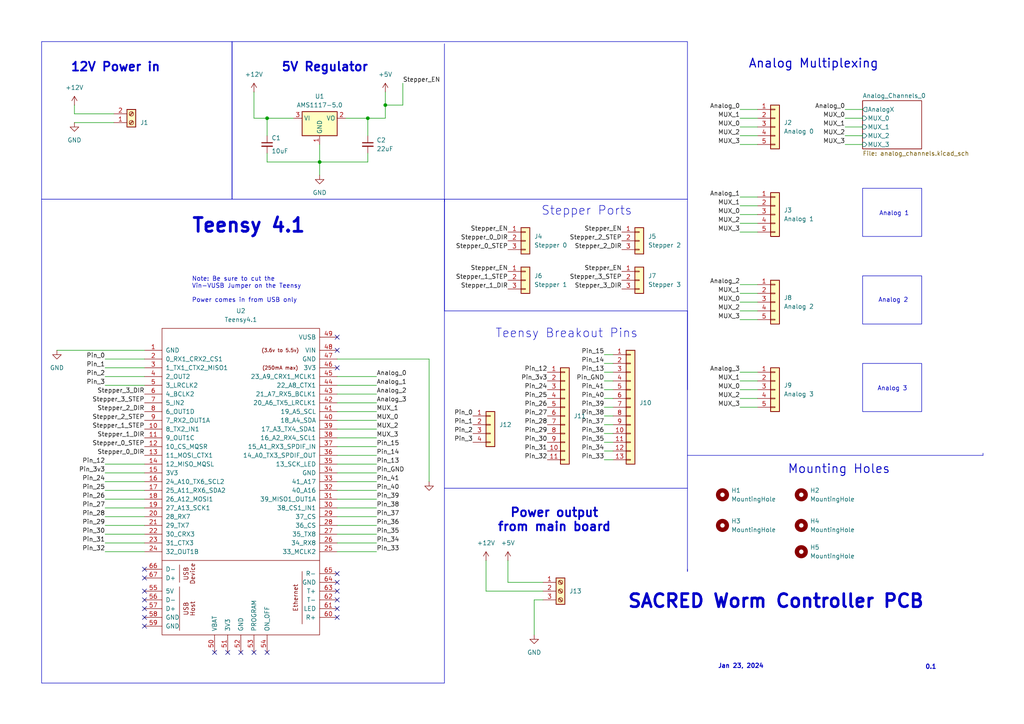
<source format=kicad_sch>
(kicad_sch (version 20231120) (generator "eeschema") (generator_version "8.0")
  (paper "A4")
  (lib_symbols
    (symbol "+5V_1" (power) (pin_numbers hide) (pin_names (offset 0) hide)
      (property "Value" "+5V" (at 0 3.556 0))
      (symbol "+5V_1_0_1"
        (polyline (pts (xy -0.762 1.27) (xy 0 2.54)))
        (polyline (pts (xy 0 0) (xy 0 2.54)))
        (polyline (pts (xy 0 2.54) (xy 0.762 1.27)))
      )
      (symbol "+5V_1_1_1"
        (pin power_in line (at 0 0 90) (length 0) (name "~") (number "1"))
      )
    )
    (symbol "Connector:Screw_Terminal_01x02" (pin_names (offset 1.016) hide)
      (property "Reference" "J" (at 0 2.54 0))
      (property "Value" "Screw_Terminal_01x02" (at 0 -5.08 0))
      (symbol "Screw_Terminal_01x02_1_1"
        (rectangle (start -1.27 1.27) (end 1.27 -3.81) (stroke (width 0.254)) (fill (type background)))
        (circle (center 0 -2.54) (radius 0.635) (stroke (width 0.1524)))
        (polyline (pts (xy -0.5334 -2.2098) (xy 0.3302 -3.048)) (stroke (width 0.1524)))
        (polyline (pts (xy -0.5334 0.3302) (xy 0.3302 -0.508)) (stroke (width 0.1524)))
        (polyline (pts (xy -0.3556 -2.032) (xy 0.508 -2.8702)) (stroke (width 0.1524)))
        (polyline (pts (xy -0.3556 0.508) (xy 0.508 -0.3302)) (stroke (width 0.1524)))
        (circle (center 0 0) (radius 0.635) (stroke (width 0.1524)))
        (pin passive line (at -5.08 0 0) (length 3.81) (name "Pin_1") (number "1"))
        (pin passive line (at -5.08 -2.54 0) (length 3.81) (name "Pin_2") (number "2"))
      )
    )
    (symbol "Connector:Screw_Terminal_01x03" (pin_names (offset 1.016) hide)
      (property "Reference" "J" (at 0 5.08 0))
      (property "Value" "Screw_Terminal_01x03" (at 0 -5.08 0))
      (symbol "Screw_Terminal_01x03_1_1"
        (rectangle (start -1.27 3.81) (end 1.27 -3.81) (stroke (width 0.254)) (fill (type background)))
        (circle (center 0 -2.54) (radius 0.635) (stroke (width 0.1524)))
        (polyline (pts (xy -0.5334 -2.2098) (xy 0.3302 -3.048)) (stroke (width 0.1524)))
        (polyline (pts (xy -0.5334 0.3302) (xy 0.3302 -0.508)) (stroke (width 0.1524)))
        (polyline (pts (xy -0.5334 2.8702) (xy 0.3302 2.032)) (stroke (width 0.1524)))
        (polyline (pts (xy -0.3556 -2.032) (xy 0.508 -2.8702)) (stroke (width 0.1524)))
        (polyline (pts (xy -0.3556 0.508) (xy 0.508 -0.3302)) (stroke (width 0.1524)))
        (polyline (pts (xy -0.3556 3.048) (xy 0.508 2.2098)) (stroke (width 0.1524)))
        (circle (center 0 0) (radius 0.635) (stroke (width 0.1524)))
        (circle (center 0 2.54) (radius 0.635) (stroke (width 0.1524)))
        (pin passive line (at -5.08 2.54 0) (length 3.81) (name "Pin_1") (number "1"))
        (pin passive line (at -5.08 0 0) (length 3.81) (name "Pin_2") (number "2"))
        (pin passive line (at -5.08 -2.54 0) (length 3.81) (name "Pin_3") (number "3"))
      )
    )
    (symbol "Connector_Generic:Conn_01x03" (pin_names (offset 1.016) hide)
      (property "Reference" "J" (at 0 5.08 0))
      (property "Value" "Conn_01x03" (at 0 -5.08 0))
      (symbol "Conn_01x03_1_1"
        (rectangle (start -1.27 -2.413) (end 0 -2.667) (stroke (width 0.1524)))
        (rectangle (start -1.27 0.127) (end 0 -0.127) (stroke (width 0.1524)))
        (rectangle (start -1.27 2.667) (end 0 2.413) (stroke (width 0.1524)))
        (rectangle (start -1.27 3.81) (end 1.27 -3.81) (stroke (width 0.254)) (fill (type background)))
        (pin passive line (at -5.08 2.54 0) (length 3.81) (name "Pin_1") (number "1"))
        (pin passive line (at -5.08 0 0) (length 3.81) (name "Pin_2") (number "2"))
        (pin passive line (at -5.08 -2.54 0) (length 3.81) (name "Pin_3") (number "3"))
      )
    )
    (symbol "Connector_Generic:Conn_01x04" (pin_names (offset 1.016) hide)
      (property "Reference" "J" (at 0 5.08 0))
      (property "Value" "Conn_01x04" (at 0 -7.62 0))
      (symbol "Conn_01x04_1_1"
        (rectangle (start -1.27 -4.953) (end 0 -5.207) (stroke (width 0.1524)))
        (rectangle (start -1.27 -2.413) (end 0 -2.667) (stroke (width 0.1524)))
        (rectangle (start -1.27 0.127) (end 0 -0.127) (stroke (width 0.1524)))
        (rectangle (start -1.27 2.667) (end 0 2.413) (stroke (width 0.1524)))
        (rectangle (start -1.27 3.81) (end 1.27 -6.35) (stroke (width 0.254)) (fill (type background)))
        (pin passive line (at -5.08 2.54 0) (length 3.81) (name "Pin_1") (number "1"))
        (pin passive line (at -5.08 0 0) (length 3.81) (name "Pin_2") (number "2"))
        (pin passive line (at -5.08 -2.54 0) (length 3.81) (name "Pin_3") (number "3"))
        (pin passive line (at -5.08 -5.08 0) (length 3.81) (name "Pin_4") (number "4"))
      )
    )
    (symbol "Connector_Generic:Conn_01x05" (pin_names (offset 1.016) hide)
      (property "Reference" "J" (at 0 7.62 0))
      (property "Value" "Conn_01x05" (at 0 -7.62 0))
      (symbol "Conn_01x05_1_1"
        (rectangle (start -1.27 -4.953) (end 0 -5.207) (stroke (width 0.1524)))
        (rectangle (start -1.27 -2.413) (end 0 -2.667) (stroke (width 0.1524)))
        (rectangle (start -1.27 0.127) (end 0 -0.127) (stroke (width 0.1524)))
        (rectangle (start -1.27 2.667) (end 0 2.413) (stroke (width 0.1524)))
        (rectangle (start -1.27 5.207) (end 0 4.953) (stroke (width 0.1524)))
        (rectangle (start -1.27 6.35) (end 1.27 -6.35) (stroke (width 0.254)) (fill (type background)))
        (pin passive line (at -5.08 5.08 0) (length 3.81) (name "Pin_1") (number "1"))
        (pin passive line (at -5.08 2.54 0) (length 3.81) (name "Pin_2") (number "2"))
        (pin passive line (at -5.08 0 0) (length 3.81) (name "Pin_3") (number "3"))
        (pin passive line (at -5.08 -2.54 0) (length 3.81) (name "Pin_4") (number "4"))
        (pin passive line (at -5.08 -5.08 0) (length 3.81) (name "Pin_5") (number "5"))
      )
    )
    (symbol "Connector_Generic:Conn_01x11" (pin_names (offset 1.016) hide)
      (property "Reference" "J" (at 0 15.24 0))
      (property "Value" "Conn_01x11" (at 0 -15.24 0))
      (symbol "Conn_01x11_1_1"
        (rectangle (start -1.27 -12.573) (end 0 -12.827) (stroke (width 0.1524)))
        (rectangle (start -1.27 -10.033) (end 0 -10.287) (stroke (width 0.1524)))
        (rectangle (start -1.27 -7.493) (end 0 -7.747) (stroke (width 0.1524)))
        (rectangle (start -1.27 -4.953) (end 0 -5.207) (stroke (width 0.1524)))
        (rectangle (start -1.27 -2.413) (end 0 -2.667) (stroke (width 0.1524)))
        (rectangle (start -1.27 0.127) (end 0 -0.127) (stroke (width 0.1524)))
        (rectangle (start -1.27 2.667) (end 0 2.413) (stroke (width 0.1524)))
        (rectangle (start -1.27 5.207) (end 0 4.953) (stroke (width 0.1524)))
        (rectangle (start -1.27 7.747) (end 0 7.493) (stroke (width 0.1524)))
        (rectangle (start -1.27 10.287) (end 0 10.033) (stroke (width 0.1524)))
        (rectangle (start -1.27 12.827) (end 0 12.573) (stroke (width 0.1524)))
        (rectangle (start -1.27 13.97) (end 1.27 -13.97) (stroke (width 0.254)) (fill (type background)))
        (pin passive line (at -5.08 12.7 0) (length 3.81) (name "Pin_1") (number "1"))
        (pin passive line (at -5.08 -10.16 0) (length 3.81) (name "Pin_10") (number "10"))
        (pin passive line (at -5.08 -12.7 0) (length 3.81) (name "Pin_11") (number "11"))
        (pin passive line (at -5.08 10.16 0) (length 3.81) (name "Pin_2") (number "2"))
        (pin passive line (at -5.08 7.62 0) (length 3.81) (name "Pin_3") (number "3"))
        (pin passive line (at -5.08 5.08 0) (length 3.81) (name "Pin_4") (number "4"))
        (pin passive line (at -5.08 2.54 0) (length 3.81) (name "Pin_5") (number "5"))
        (pin passive line (at -5.08 0 0) (length 3.81) (name "Pin_6") (number "6"))
        (pin passive line (at -5.08 -2.54 0) (length 3.81) (name "Pin_7") (number "7"))
        (pin passive line (at -5.08 -5.08 0) (length 3.81) (name "Pin_8") (number "8"))
        (pin passive line (at -5.08 -7.62 0) (length 3.81) (name "Pin_9") (number "9"))
      )
    )
    (symbol "Connector_Generic:Conn_01x13" (pin_names (offset 1.016) hide)
      (property "Reference" "J" (at 0 17.78 0))
      (property "Value" "Conn_01x13" (at 0 -17.78 0))
      (symbol "Conn_01x13_1_1"
        (rectangle (start -1.27 -15.113) (end 0 -15.367) (stroke (width 0.1524)))
        (rectangle (start -1.27 -12.573) (end 0 -12.827) (stroke (width 0.1524)))
        (rectangle (start -1.27 -10.033) (end 0 -10.287) (stroke (width 0.1524)))
        (rectangle (start -1.27 -7.493) (end 0 -7.747) (stroke (width 0.1524)))
        (rectangle (start -1.27 -4.953) (end 0 -5.207) (stroke (width 0.1524)))
        (rectangle (start -1.27 -2.413) (end 0 -2.667) (stroke (width 0.1524)))
        (rectangle (start -1.27 0.127) (end 0 -0.127) (stroke (width 0.1524)))
        (rectangle (start -1.27 2.667) (end 0 2.413) (stroke (width 0.1524)))
        (rectangle (start -1.27 5.207) (end 0 4.953) (stroke (width 0.1524)))
        (rectangle (start -1.27 7.747) (end 0 7.493) (stroke (width 0.1524)))
        (rectangle (start -1.27 10.287) (end 0 10.033) (stroke (width 0.1524)))
        (rectangle (start -1.27 12.827) (end 0 12.573) (stroke (width 0.1524)))
        (rectangle (start -1.27 15.367) (end 0 15.113) (stroke (width 0.1524)))
        (rectangle (start -1.27 16.51) (end 1.27 -16.51) (stroke (width 0.254)) (fill (type background)))
        (pin passive line (at -5.08 15.24 0) (length 3.81) (name "Pin_1") (number "1"))
        (pin passive line (at -5.08 -7.62 0) (length 3.81) (name "Pin_10") (number "10"))
        (pin passive line (at -5.08 -10.16 0) (length 3.81) (name "Pin_11") (number "11"))
        (pin passive line (at -5.08 -12.7 0) (length 3.81) (name "Pin_12") (number "12"))
        (pin passive line (at -5.08 -15.24 0) (length 3.81) (name "Pin_13") (number "13"))
        (pin passive line (at -5.08 12.7 0) (length 3.81) (name "Pin_2") (number "2"))
        (pin passive line (at -5.08 10.16 0) (length 3.81) (name "Pin_3") (number "3"))
        (pin passive line (at -5.08 7.62 0) (length 3.81) (name "Pin_4") (number "4"))
        (pin passive line (at -5.08 5.08 0) (length 3.81) (name "Pin_5") (number "5"))
        (pin passive line (at -5.08 2.54 0) (length 3.81) (name "Pin_6") (number "6"))
        (pin passive line (at -5.08 0 0) (length 3.81) (name "Pin_7") (number "7"))
        (pin passive line (at -5.08 -2.54 0) (length 3.81) (name "Pin_8") (number "8"))
        (pin passive line (at -5.08 -5.08 0) (length 3.81) (name "Pin_9") (number "9"))
      )
    )
    (symbol "Device:C_Small" (pin_numbers hide) (pin_names (offset 0.254) hide)
      (property "Reference" "C" (at 0.254 1.778 0))
      (property "Value" "C_Small" (at 0.254 -2.032 0))
      (symbol "C_Small_0_1"
        (polyline (pts (xy -1.524 -0.508) (xy 1.524 -0.508)) (stroke (width 0.3302)))
        (polyline (pts (xy -1.524 0.508) (xy 1.524 0.508)) (stroke (width 0.3048)))
      )
      (symbol "C_Small_1_1"
        (pin passive line (at 0 2.54 270) (length 2.032) (name "~") (number "1"))
        (pin passive line (at 0 -2.54 90) (length 2.032) (name "~") (number "2"))
      )
    )
    (symbol "Mechanical:MountingHole" (pin_names (offset 1.016)) (exclude_from_sim yes) (in_bom no)
      (property "Reference" "H" (at 0 5.08 0))
      (property "Value" "MountingHole" (at 0 3.175 0))
      (symbol "MountingHole_0_1"
        (circle (center 0 0) (radius 1.27) (stroke (width 1.27)))
      )
    )
    (symbol "Regulator_Linear:AMS1117-5.0"
      (property "Reference" "U" (at -3.81 3.175 0))
      (property "Value" "AMS1117-5.0" (at 0 3.175 0))
      (symbol "AMS1117-5.0_0_1"
        (rectangle (start -5.08 -5.08) (end 5.08 1.905) (stroke (width 0.254)) (fill (type background)))
      )
      (symbol "AMS1117-5.0_1_1"
        (pin power_in line (at 0 -7.62 90) (length 2.54) (name "GND") (number "1"))
        (pin power_out line (at 7.62 0 180) (length 2.54) (name "VO") (number "2"))
        (pin power_in line (at -7.62 0 0) (length 2.54) (name "VI") (number "3"))
      )
    )
    (symbol "power:+12V" (power) (pin_numbers hide) (pin_names (offset 0) hide)
      (property "Value" "+12V" (at 0 3.556 0))
      (symbol "+12V_0_1"
        (polyline (pts (xy -0.762 1.27) (xy 0 2.54)))
        (polyline (pts (xy 0 0) (xy 0 2.54)))
        (polyline (pts (xy 0 2.54) (xy 0.762 1.27)))
      )
      (symbol "+12V_1_1"
        (pin power_in line (at 0 0 90) (length 0) (name "~") (number "1"))
      )
    )
    (symbol "power:+5V" (power) (pin_numbers hide) (pin_names (offset 0) hide)
      (property "Value" "+5V" (at 0 3.556 0))
      (symbol "+5V_0_1"
        (polyline (pts (xy -0.762 1.27) (xy 0 2.54)))
        (polyline (pts (xy 0 0) (xy 0 2.54)))
        (polyline (pts (xy 0 2.54) (xy 0.762 1.27)))
      )
      (symbol "+5V_1_1"
        (pin power_in line (at 0 0 90) (length 0) (name "~") (number "1"))
      )
    )
    (symbol "power:GND" (power) (pin_numbers hide) (pin_names (offset 0) hide)
      (property "Value" "GND" (at 0 -3.81 0))
      (symbol "GND_0_1"
        (polyline (pts (xy 0 0) (xy 0 -1.27) (xy 1.27 -1.27) (xy 0 -2.54) (xy -1.27 -1.27) (xy 0 -1.27)))
      )
      (symbol "GND_1_1"
        (pin power_in line (at 0 0 270) (length 0) (name "~") (number "1"))
      )
    )
    (symbol "power:VCC" (power) (pin_numbers hide) (pin_names (offset 0) hide)
      (property "Value" "VCC" (at 0 3.556 0))
      (symbol "VCC_0_1"
        (polyline (pts (xy -0.762 1.27) (xy 0 2.54)))
        (polyline (pts (xy 0 0) (xy 0 2.54)))
        (polyline (pts (xy 0 2.54) (xy 0.762 1.27)))
      )
      (symbol "VCC_1_1"
        (pin power_in line (at 0 0 90) (length 0) (name "~") (number "1"))
      )
    )
    (symbol "teensy:Teensy4.1" (pin_names (offset 1.016))
      (property "Reference" "U2" (at 0 66.04 0))
      (property "Value" "Teensy4.1" (at 0 63.5 0))
      (symbol "Teensy4.1_0_0"
        (polyline (pts (xy -22.86 -6.35) (xy 22.86 -6.35)))
        (polyline (pts (xy -17.78 -26.67) (xy -17.78 -13.97)))
        (polyline (pts (xy -17.78 -7.62) (xy -17.78 -12.7)))
        (polyline (pts (xy 17.78 -9.525) (xy 17.78 -24.765)))
        (text "(250mA max)" (at 11.43 49.53 0) (effects (font (size 1.016 1.016))))
        (text "(3.6v to 5.5v)" (at 11.43 54.61 0) (effects (font (size 1.016 1.016))))
        (text "Device" (at -13.97 -10.16 900) (effects (font (size 1.27 1.27))))
        (text "Ethernet" (at 15.875 -17.145 900) (effects (font (size 1.27 1.27))))
        (text "Host" (at -13.97 -20.32 900) (effects (font (size 1.27 1.27))))
        (text "USB" (at -15.875 -20.32 900) (effects (font (size 1.27 1.27))))
        (text "USB" (at -15.875 -10.16 900) (effects (font (size 1.27 1.27))))
        (pin bidirectional line (at -27.94 31.75 0) (length 5.08) (name "8_TX2_IN1") (number "10"))
        (pin bidirectional line (at -27.94 29.21 0) (length 5.08) (name "9_OUT1C") (number "11"))
        (pin bidirectional line (at -27.94 26.67 0) (length 5.08) (name "10_CS_MQSR") (number "12"))
        (pin bidirectional line (at -27.94 24.13 0) (length 5.08) (name "11_MOSI_CTX1") (number "13"))
        (pin bidirectional line (at -27.94 21.59 0) (length 5.08) (name "12_MISO_MQSL") (number "14"))
        (pin bidirectional line (at -27.94 16.51 0) (length 5.08) (name "24_A10_TX6_SCL2") (number "16"))
        (pin bidirectional line (at -27.94 13.97 0) (length 5.08) (name "25_A11_RX6_SDA2") (number "17"))
        (pin bidirectional line (at -27.94 11.43 0) (length 5.08) (name "26_A12_MOSI1") (number "18"))
        (pin bidirectional line (at -27.94 8.89 0) (length 5.08) (name "27_A13_SCK1") (number "19"))
        (pin bidirectional line (at -27.94 6.35 0) (length 5.08) (name "28_RX7") (number "20"))
        (pin bidirectional line (at -27.94 3.81 0) (length 5.08) (name "29_TX7") (number "21"))
        (pin bidirectional line (at -27.94 1.27 0) (length 5.08) (name "30_CRX3") (number "22"))
        (pin bidirectional line (at -27.94 -1.27 0) (length 5.08) (name "31_CTX3") (number "23"))
        (pin bidirectional line (at -27.94 -3.81 0) (length 5.08) (name "32_OUT1B") (number "24"))
        (pin bidirectional line (at 27.94 -3.81 180) (length 5.08) (name "33_MCLK2") (number "25"))
        (pin bidirectional line (at 27.94 -1.27 180) (length 5.08) (name "34_RX8") (number "26"))
        (pin bidirectional line (at 27.94 1.27 180) (length 5.08) (name "35_TX8") (number "27"))
        (pin bidirectional line (at 27.94 3.81 180) (length 5.08) (name "36_CS") (number "28"))
        (pin bidirectional line (at 27.94 6.35 180) (length 5.08) (name "37_CS") (number "29"))
        (pin bidirectional line (at 27.94 8.89 180) (length 5.08) (name "38_CS1_IN1") (number "30"))
        (pin bidirectional line (at 27.94 11.43 180) (length 5.08) (name "39_MISO1_OUT1A") (number "31"))
        (pin bidirectional line (at 27.94 13.97 180) (length 5.08) (name "40_A16") (number "32"))
        (pin bidirectional line (at 27.94 16.51 180) (length 5.08) (name "41_A17") (number "33"))
        (pin bidirectional line (at 27.94 21.59 180) (length 5.08) (name "13_SCK_LED") (number "35"))
        (pin bidirectional line (at 27.94 24.13 180) (length 5.08) (name "14_A0_TX3_SPDIF_OUT") (number "36"))
        (pin bidirectional line (at 27.94 26.67 180) (length 5.08) (name "15_A1_RX3_SPDIF_IN") (number "37"))
        (pin bidirectional line (at 27.94 29.21 180) (length 5.08) (name "16_A2_RX4_SCL1") (number "38"))
        (pin bidirectional line (at 27.94 31.75 180) (length 5.08) (name "17_A3_TX4_SDA1") (number "39"))
        (pin bidirectional line (at 27.94 34.29 180) (length 5.08) (name "18_A4_SDA") (number "40"))
        (pin bidirectional line (at 27.94 36.83 180) (length 5.08) (name "19_A5_SCL") (number "41"))
        (pin bidirectional line (at 27.94 39.37 180) (length 5.08) (name "20_A6_TX5_LRCLK1") (number "42"))
        (pin bidirectional line (at 27.94 41.91 180) (length 5.08) (name "21_A7_RX5_BCLK1") (number "43"))
        (pin bidirectional line (at 27.94 44.45 180) (length 5.08) (name "22_A8_CTX1") (number "44"))
        (pin bidirectional line (at 27.94 46.99 180) (length 5.08) (name "23_A9_CRX1_MCLK1") (number "45"))
        (pin power_out line (at 27.94 49.53 180) (length 5.08) (name "3V3") (number "46"))
        (pin power_out line (at 27.94 52.07 180) (length 5.08) (name "GND") (number "47"))
        (pin power_in line (at 27.94 54.61 180) (length 5.08) (name "VIN") (number "48"))
        (pin power_out line (at 27.94 58.42 180) (length 5.08) (name "VUSB") (number "49"))
        (pin bidirectional line (at -27.94 44.45 0) (length 5.08) (name "3_LRCLK2") (number "5"))
        (pin power_in line (at -7.62 -33.02 90) (length 5.08) (name "VBAT") (number "50"))
        (pin power_in line (at -3.81 -33.02 90) (length 5.08) (name "3V3") (number "51"))
        (pin input line (at 0 -33.02 90) (length 5.08) (name "GND") (number "52"))
        (pin input line (at 3.81 -33.02 90) (length 5.08) (name "PROGRAM") (number "53"))
        (pin input line (at 7.62 -33.02 90) (length 5.08) (name "ON_OFF") (number "54"))
        (pin power_out line (at -27.94 -15.24 0) (length 5.08) (name "5V") (number "55"))
        (pin bidirectional line (at -27.94 -17.78 0) (length 5.08) (name "D-") (number "56"))
        (pin bidirectional line (at -27.94 -20.32 0) (length 5.08) (name "D+") (number "57"))
        (pin power_in line (at -27.94 -22.86 0) (length 5.08) (name "GND") (number "58"))
        (pin power_in line (at -27.94 -25.4 0) (length 5.08) (name "GND") (number "59"))
        (pin bidirectional line (at -27.94 41.91 0) (length 5.08) (name "4_BCLK2") (number "6"))
        (pin bidirectional line (at 27.94 -22.86 180) (length 5.08) (name "R+") (number "60"))
        (pin bidirectional line (at 27.94 -20.32 180) (length 5.08) (name "LED") (number "61"))
        (pin bidirectional line (at 27.94 -17.78 180) (length 5.08) (name "T-") (number "62"))
        (pin bidirectional line (at 27.94 -15.24 180) (length 5.08) (name "T+") (number "63"))
        (pin power_in line (at 27.94 -12.7 180) (length 5.08) (name "GND") (number "64"))
        (pin bidirectional line (at 27.94 -10.16 180) (length 5.08) (name "R-") (number "65"))
        (pin bidirectional line (at -27.94 -8.89 0) (length 5.08) (name "D-") (number "66"))
        (pin bidirectional line (at -27.94 -11.43 0) (length 5.08) (name "D+") (number "67"))
        (pin bidirectional line (at -27.94 39.37 0) (length 5.08) (name "5_IN2") (number "7"))
        (pin bidirectional line (at -27.94 36.83 0) (length 5.08) (name "6_OUT1D") (number "8"))
        (pin bidirectional line (at -27.94 34.29 0) (length 5.08) (name "7_RX2_OUT1A") (number "9"))
      )
      (symbol "Teensy4.1_0_1"
        (rectangle (start -22.86 60.96) (end 22.86 -27.94))
        (rectangle (start -20.32 -1.27) (end -20.32 -1.27))
      )
      (symbol "Teensy4.1_1_0"
        (pin power_out line (at -27.94 19.05 0) (length 5.08) (name "3V3") (number "15"))
      )
      (symbol "Teensy4.1_1_1"
        (pin power_in line (at -27.94 54.61 0) (length 5.08) (name "GND") (number "1"))
        (pin bidirectional line (at -27.94 52.07 0) (length 5.08) (name "0_RX1_CRX2_CS1") (number "2"))
        (pin bidirectional line (at -27.94 49.53 0) (length 5.08) (name "1_TX1_CTX2_MISO1") (number "3"))
        (pin power_out line (at 27.94 19.05 180) (length 5.08) (name "GND") (number "34"))
        (pin bidirectional line (at -27.94 46.99 0) (length 5.08) (name "2_OUT2") (number "4"))
      )
    )
  )
  (junction (at 92.71 46.99))
  (junction (at 77.47 34.29))
  (junction (at 111.76 30.48))
  (junction (at 106.68 34.29))
  (no_connect (at 97.79 173.99))
  (no_connect (at 97.79 176.53))
  (no_connect (at 62.23 189.23))
  (no_connect (at 41.91 181.61))
  (no_connect (at 77.47 189.23))
  (no_connect (at 41.91 165.1))
  (no_connect (at 97.79 168.91))
  (no_connect (at 97.79 97.79))
  (no_connect (at 73.66 189.23))
  (no_connect (at 41.91 167.64))
  (no_connect (at 41.91 173.99))
  (no_connect (at 97.79 179.07))
  (no_connect (at 66.04 189.23))
  (no_connect (at 97.79 171.45))
  (no_connect (at 41.91 176.53))
  (no_connect (at 97.79 166.37))
  (no_connect (at 41.91 171.45))
  (no_connect (at 69.85 189.23))
  (no_connect (at 97.79 106.68))
  (no_connect (at 41.91 179.07))
  (no_connect (at 97.79 101.6))
  (wire (pts (xy 147.32 168.91) (xy 157.48 168.91)))
  (wire (pts (xy 214.63 34.29) (xy 219.71 34.29)))
  (wire (pts (xy 154.94 173.99) (xy 154.94 184.15)))
  (polyline (pts (xy 128.905 141.605) (xy 199.39 141.605)))
  (wire (pts (xy 214.63 31.75) (xy 219.71 31.75)))
  (wire (pts (xy 175.26 110.49) (xy 177.8 110.49)))
  (wire (pts (xy 214.63 87.63) (xy 219.71 87.63)))
  (wire (pts (xy 245.11 41.91) (xy 250.19 41.91)))
  (wire (pts (xy 97.79 157.48) (xy 109.22 157.48)))
  (wire (pts (xy 77.47 46.99) (xy 92.71 46.99)))
  (wire (pts (xy 116.84 30.48) (xy 111.76 30.48)))
  (wire (pts (xy 124.46 104.14) (xy 124.46 139.7)))
  (wire (pts (xy 97.79 149.86) (xy 109.22 149.86)))
  (polyline (pts (xy 199.39 165.1) (xy 199.39 165.735)))
  (wire (pts (xy 214.63 67.31) (xy 219.71 67.31)))
  (wire (pts (xy 30.48 154.94) (xy 41.91 154.94)))
  (wire (pts (xy 214.63 115.57) (xy 219.71 115.57)))
  (wire (pts (xy 175.26 105.41) (xy 177.8 105.41)))
  (wire (pts (xy 30.48 111.76) (xy 41.91 111.76)))
  (wire (pts (xy 111.76 34.29) (xy 106.68 34.29)))
  (wire (pts (xy 175.26 133.35) (xy 177.8 133.35)))
  (wire (pts (xy 106.68 46.99) (xy 106.68 44.45)))
  (wire (pts (xy 21.59 33.02) (xy 33.02 33.02)))
  (wire (pts (xy 175.26 118.11) (xy 177.8 118.11)))
  (wire (pts (xy 214.63 82.55) (xy 219.71 82.55)))
  (wire (pts (xy 106.68 39.37) (xy 106.68 34.29)))
  (wire (pts (xy 214.63 90.17) (xy 219.71 90.17)))
  (wire (pts (xy 97.79 154.94) (xy 109.22 154.94)))
  (wire (pts (xy 109.22 127) (xy 97.79 127)))
  (wire (pts (xy 97.79 132.08) (xy 109.22 132.08)))
  (polyline (pts (xy 199.39 132.08) (xy 285.115 132.08)))
  (wire (pts (xy 30.48 109.22) (xy 41.91 109.22)))
  (wire (pts (xy 109.22 124.46) (xy 97.79 124.46)))
  (wire (pts (xy 175.26 128.27) (xy 177.8 128.27)))
  (wire (pts (xy 111.76 26.67) (xy 111.76 30.48)))
  (wire (pts (xy 30.48 160.02) (xy 41.91 160.02)))
  (wire (pts (xy 147.32 168.91) (xy 147.32 162.56)))
  (wire (pts (xy 214.63 36.83) (xy 219.71 36.83)))
  (wire (pts (xy 175.26 130.81) (xy 177.8 130.81)))
  (wire (pts (xy 109.22 111.76) (xy 97.79 111.76)))
  (wire (pts (xy 175.26 125.73) (xy 177.8 125.73)))
  (polyline (pts (xy 128.905 12.7) (xy 128.905 58.42)))
  (wire (pts (xy 214.63 57.15) (xy 219.71 57.15)))
  (wire (pts (xy 97.79 142.24) (xy 109.22 142.24)))
  (wire (pts (xy 97.79 129.54) (xy 109.22 129.54)))
  (wire (pts (xy 97.79 139.7) (xy 109.22 139.7)))
  (wire (pts (xy 30.48 147.32) (xy 41.91 147.32)))
  (wire (pts (xy 214.63 110.49) (xy 219.71 110.49)))
  (wire (pts (xy 92.71 50.8) (xy 92.71 46.99)))
  (wire (pts (xy 92.71 46.99) (xy 106.68 46.99)))
  (wire (pts (xy 77.47 34.29) (xy 85.09 34.29)))
  (wire (pts (xy 109.22 119.38) (xy 97.79 119.38)))
  (wire (pts (xy 30.48 134.62) (xy 41.91 134.62)))
  (wire (pts (xy 124.46 104.14) (xy 97.79 104.14)))
  (wire (pts (xy 92.71 46.99) (xy 92.71 41.91)))
  (wire (pts (xy 214.63 41.91) (xy 219.71 41.91)))
  (wire (pts (xy 109.22 121.92) (xy 97.79 121.92)))
  (wire (pts (xy 214.63 107.95) (xy 219.71 107.95)))
  (wire (pts (xy 77.47 46.99) (xy 77.47 44.45)))
  (wire (pts (xy 109.22 114.3) (xy 97.79 114.3)))
  (wire (pts (xy 140.97 171.45) (xy 157.48 171.45)))
  (wire (pts (xy 175.26 102.87) (xy 177.8 102.87)))
  (wire (pts (xy 245.11 31.75) (xy 250.19 31.75)))
  (wire (pts (xy 214.63 64.77) (xy 219.71 64.77)))
  (polyline (pts (xy 285.115 131.445) (xy 285.115 132.08)))
  (wire (pts (xy 97.79 134.62) (xy 109.22 134.62)))
  (wire (pts (xy 175.26 123.19) (xy 177.8 123.19)))
  (wire (pts (xy 140.97 171.45) (xy 140.97 162.56)))
  (wire (pts (xy 157.48 173.99) (xy 154.94 173.99)))
  (wire (pts (xy 214.63 113.03) (xy 219.71 113.03)))
  (wire (pts (xy 245.11 34.29) (xy 250.19 34.29)))
  (wire (pts (xy 116.84 24.13) (xy 116.84 30.48)))
  (wire (pts (xy 30.48 139.7) (xy 41.91 139.7)))
  (wire (pts (xy 245.11 39.37) (xy 250.19 39.37)))
  (wire (pts (xy 30.48 157.48) (xy 41.91 157.48)))
  (wire (pts (xy 106.68 34.29) (xy 100.33 34.29)))
  (wire (pts (xy 73.66 34.29) (xy 77.47 34.29)))
  (wire (pts (xy 214.63 85.09) (xy 219.71 85.09)))
  (wire (pts (xy 73.66 26.67) (xy 73.66 34.29)))
  (wire (pts (xy 97.79 152.4) (xy 109.22 152.4)))
  (wire (pts (xy 214.63 62.23) (xy 219.71 62.23)))
  (wire (pts (xy 97.79 137.16) (xy 109.22 137.16)))
  (wire (pts (xy 109.22 116.84) (xy 97.79 116.84)))
  (wire (pts (xy 175.26 115.57) (xy 177.8 115.57)))
  (wire (pts (xy 214.63 39.37) (xy 219.71 39.37)))
  (wire (pts (xy 30.48 104.14) (xy 41.91 104.14)))
  (wire (pts (xy 30.48 152.4) (xy 41.91 152.4)))
  (wire (pts (xy 77.47 39.37) (xy 77.47 34.29)))
  (wire (pts (xy 16.51 101.6) (xy 41.91 101.6)))
  (wire (pts (xy 30.48 149.86) (xy 41.91 149.86)))
  (wire (pts (xy 175.26 113.03) (xy 177.8 113.03)))
  (wire (pts (xy 30.48 144.78) (xy 41.91 144.78)))
  (wire (pts (xy 214.63 59.69) (xy 219.71 59.69)))
  (wire (pts (xy 245.11 36.83) (xy 250.19 36.83)))
  (wire (pts (xy 97.79 144.78) (xy 109.22 144.78)))
  (wire (pts (xy 21.59 35.56) (xy 33.02 35.56)))
  (polyline (pts (xy 199.39 90.17) (xy 199.39 113.03)))
  (wire (pts (xy 109.22 109.22) (xy 97.79 109.22)))
  (wire (pts (xy 97.79 160.02) (xy 109.22 160.02)))
  (wire (pts (xy 30.48 142.24) (xy 41.91 142.24)))
  (wire (pts (xy 97.79 147.32) (xy 109.22 147.32)))
  (wire (pts (xy 30.48 137.16) (xy 41.91 137.16)))
  (wire (pts (xy 175.26 107.95) (xy 177.8 107.95)))
  (wire (pts (xy 214.63 118.11) (xy 219.71 118.11)))
  (polyline (pts (xy 199.39 165.735) (xy 199.39 90.17)))
  (wire (pts (xy 214.63 92.71) (xy 219.71 92.71)))
  (wire (pts (xy 111.76 30.48) (xy 111.76 34.29)))
  (wire (pts (xy 30.48 106.68) (xy 41.91 106.68)))
  (wire (pts (xy 175.26 120.65) (xy 177.8 120.65)))
  (wire (pts (xy 21.59 33.02) (xy 21.59 30.48)))
  (rectangle (start 67.31 12.065) (end 199.39 57.785))
  (rectangle (start 12.065 12.065) (end 67.31 57.785))
  (rectangle (start 128.905 57.785) (end 199.39 90.17))
  (rectangle (start 250.19 54.61) (end 267.335 68.58))
  (rectangle (start 250.19 80.01) (end 267.335 93.98))
  (rectangle (start 250.19 105.41) (end 267.335 119.38))
  (rectangle (start 12.065 57.785) (end 128.905 198.12))
  (text "Analog Multiplexing" (at 235.966 18.542 0) (effects (font (size 2.54 2.54) (thickness 0.3175))))
  (text "Stepper Ports" (at 170.18 61.214 0) (effects (font (size 2.54 2.54))))
  (text "Power output\nfrom main board" (at 160.782 150.876 0) (effects (font (size 2.54 2.54) (thickness 0.508) (bold yes))))
  (text "Jan 23, 2024" (at 214.884 193.294 0) (effects (font (size 1.27 1.27) (thickness 0.254) (bold yes))))
  (text "Teensy Breakout Pins" (at 164.338 96.774 0) (effects (font (size 2.54 2.54))))
  (text "Teensy 4.1" (at 72.136 65.532 0) (effects (font (size 4 4) (thickness 0.8) (bold yes))))
  (text "Analog 2" (at 259.08 87.122 0) (effects (font (size 1.27 1.27) (thickness 0.1588))))
  (text "12V Power in" (at 33.528 19.558 0) (effects (font (size 2.54 2.54) (thickness 0.508) (bold yes))))
  (text "Analog 1" (at 259.334 61.976 0) (effects (font (size 1.27 1.27) (thickness 0.1588))))
  (text "Note: Be sure to cut the \nVin-VUSB Jumper on the Teensy\n\nPower comes in from USB only" (at 55.626 84.074 0) (effects (font (size 1.27 1.27)) (justify left)))
  (text "5V Regulator" (at 94.234 19.558 0) (effects (font (size 2.54 2.54) (thickness 0.508) (bold yes))))
  (text "SACRED Worm Controller PCB" (at 225.044 174.498 0) (effects (font (size 3.81 3.81) (thickness 0.762) (bold yes))))
  (text "Mounting Holes" (at 243.332 136.144 0) (effects (font (size 2.54 2.54) (thickness 0.254) (bold yes))))
  (text "0.1" (at 270.002 193.548 0) (effects (font (size 1.27 1.27) (thickness 0.254) (bold yes))))
  (text "Analog 3" (at 258.826 112.776 0) (effects (font (size 1.27 1.27) (thickness 0.1588))))
  (label "MUX_3" (at 214.63 118.11 180))
  (label "MUX_0" (at 214.63 87.63 180))
  (label "Pin_0" (at 137.16 120.65 180) (effects (font (thickness 0.1588))))
  (label "MUX_2" (at 214.63 115.57 180))
  (label "Analog_2" (at 109.22 114.3 0))
  (label "Pin_41" (at 109.22 139.7 0))
  (label "MUX_0" (at 214.63 62.23 180))
  (label "Pin_2" (at 30.48 109.22 180) (effects (font (thickness 0.1588))))
  (label "MUX_3" (at 214.63 41.91 180))
  (label "Pin_27" (at 30.48 147.32 180) (effects (font (thickness 0.1588))))
  (label "Pin_33" (at 175.26 133.35 180))
  (label "Stepper_EN" (at 147.32 67.31 180))
  (label "MUX_1" (at 109.22 119.38 0))
  (label "Pin_14" (at 109.22 132.08 0))
  (label "MUX_2" (at 214.63 39.37 180))
  (label "Stepper_EN" (at 116.84 24.13 0))
  (label "Pin_31" (at 158.75 130.81 180) (effects (font (thickness 0.1588))))
  (label "MUX_0" (at 245.11 34.29 180))
  (label "MUX_1" (at 214.63 59.69 180))
  (label "Stepper_3_STEP" (at 180.34 81.28 180))
  (label "Pin_24" (at 158.75 113.03 180) (effects (font (thickness 0.1588))))
  (label "Pin_0" (at 30.48 104.14 180) (effects (font (thickness 0.1588))))
  (label "Pin_3v3" (at 30.48 137.16 180) (effects (font (thickness 0.1588))))
  (label "Stepper_EN" (at 180.34 67.31 180))
  (label "Pin_35" (at 175.26 128.27 180))
  (label "Pin_15" (at 109.22 129.54 0))
  (label "Stepper_2_DIR" (at 41.91 119.38 180))
  (label "Pin_25" (at 158.75 115.57 180) (effects (font (thickness 0.1588))))
  (label "Analog_0" (at 245.11 31.75 180))
  (label "Pin_1" (at 137.16 123.19 180) (effects (font (thickness 0.1588))))
  (label "Pin_40" (at 109.22 142.24 0))
  (label "Pin_37" (at 109.22 149.86 0))
  (label "Stepper_2_DIR" (at 180.34 72.39 180))
  (label "MUX_1" (at 214.63 34.29 180))
  (label "Pin_GND" (at 175.26 110.49 180))
  (label "Pin_41" (at 175.26 113.03 180))
  (label "Pin_34" (at 109.22 157.48 0))
  (label "MUX_3" (at 109.22 127 0))
  (label "Stepper_1_STEP" (at 147.32 81.28 180))
  (label "Stepper_3_STEP" (at 41.91 116.84 180))
  (label "Analog_2" (at 214.63 82.55 180))
  (label "Pin_30" (at 30.48 154.94 180) (effects (font (thickness 0.1588))))
  (label "MUX_3" (at 214.63 67.31 180))
  (label "Pin_29" (at 158.75 125.73 180) (effects (font (thickness 0.1588))))
  (label "Stepper_2_STEP" (at 180.34 69.85 180))
  (label "Stepper_1_DIR" (at 41.91 127 180))
  (label "Pin_32" (at 158.75 133.35 180) (effects (font (thickness 0.1588))))
  (label "Analog_3" (at 109.22 116.84 0))
  (label "Stepper_1_DIR" (at 147.32 83.82 180))
  (label "Pin_25" (at 30.48 142.24 180) (effects (font (thickness 0.1588))))
  (label "MUX_2" (at 214.63 64.77 180))
  (label "Stepper_EN" (at 147.32 78.74 180))
  (label "MUX_2" (at 245.11 39.37 180))
  (label "Pin_12" (at 158.75 107.95 180))
  (label "Stepper_0_STEP" (at 41.91 129.54 180))
  (label "Analog_3" (at 214.63 107.95 180))
  (label "Pin_36" (at 109.22 152.4 0))
  (label "Pin_40" (at 175.26 115.57 180))
  (label "Pin_39" (at 109.22 144.78 0))
  (label "Stepper_0_STEP" (at 147.32 72.39 180))
  (label "Pin_12" (at 30.48 134.62 180))
  (label "Stepper_0_DIR" (at 41.91 132.08 180))
  (label "Pin_13" (at 109.22 134.62 0))
  (label "Pin_3" (at 137.16 128.27 180) (effects (font (thickness 0.1588))))
  (label "Analog_1" (at 214.63 57.15 180))
  (label "Pin_GND" (at 109.22 137.16 0))
  (label "Pin_33" (at 109.22 160.02 0))
  (label "Pin_27" (at 158.75 120.65 180) (effects (font (thickness 0.1588))))
  (label "Pin_38" (at 109.22 147.32 0))
  (label "MUX_3" (at 245.11 41.91 180))
  (label "Stepper_EN" (at 180.34 78.74 180))
  (label "Pin_30" (at 158.75 128.27 180) (effects (font (thickness 0.1588))))
  (label "Analog_0" (at 109.22 109.22 0))
  (label "Analog_0" (at 214.63 31.75 180))
  (label "Stepper_3_DIR" (at 180.34 83.82 180))
  (label "Pin_35" (at 109.22 154.94 0))
  (label "Pin_14" (at 175.26 105.41 180))
  (label "Pin_28" (at 30.48 149.86 180) (effects (font (thickness 0.1588))))
  (label "Pin_29" (at 30.48 152.4 180) (effects (font (thickness 0.1588))))
  (label "MUX_1" (at 214.63 85.09 180))
  (label "Stepper_1_STEP" (at 41.91 124.46 180))
  (label "MUX_3" (at 214.63 92.71 180))
  (label "Pin_26" (at 30.48 144.78 180) (effects (font (thickness 0.1588))))
  (label "Pin_26" (at 158.75 118.11 180) (effects (font (thickness 0.1588))))
  (label "Pin_3" (at 30.48 111.76 180) (effects (font (thickness 0.1588))))
  (label "Pin_36" (at 175.26 125.73 180))
  (label "Pin_37" (at 175.26 123.19 180))
  (label "Pin_39" (at 175.26 118.11 180))
  (label "MUX_2" (at 109.22 124.46 0))
  (label "Pin_28" (at 158.75 123.19 180) (effects (font (thickness 0.1588))))
  (label "Pin_15" (at 175.26 102.87 180))
  (label "Pin_32" (at 30.48 160.02 180) (effects (font (thickness 0.1588))))
  (label "Stepper_2_STEP" (at 41.91 121.92 180))
  (label "Pin_31" (at 30.48 157.48 180) (effects (font (thickness 0.1588))))
  (label "Pin_2" (at 137.16 125.73 180) (effects (font (thickness 0.1588))))
  (label "MUX_2" (at 214.63 90.17 180))
  (label "Pin_24" (at 30.48 139.7 180) (effects (font (thickness 0.1588))))
  (label "MUX_1" (at 245.11 36.83 180))
  (label "MUX_0" (at 214.63 36.83 180))
  (label "Pin_38" (at 175.26 120.65 180))
  (label "MUX_0" (at 109.22 121.92 0))
  (label "Stepper_0_DIR" (at 147.32 69.85 180))
  (label "MUX_1" (at 214.63 110.49 180))
  (label "Analog_1" (at 109.22 111.76 0))
  (label "Pin_3v3" (at 158.75 110.49 180) (effects (font (thickness 0.1588))))
  (label "Pin_34" (at 175.26 130.81 180))
  (label "Stepper_3_DIR" (at 41.91 114.3 180))
  (label "Pin_13" (at 175.26 107.95 180))
  (label "Pin_1" (at 30.48 106.68 180) (effects (font (thickness 0.1588))))
  (label "MUX_0" (at 214.63 113.03 180))
  (symbol (lib_id "Mechanical:MountingHole") (at 209.55 143.51 0) (unit 1) (exclude_from_sim yes) (in_bom no) (on_board no)
    (property "Reference" "H1" (at 212.09 142.2399 0) (effects (justify left)))
    (property "Value" "MountingHole" (at 212.09 144.7799 0) (effects (justify left)))
    (property "Footprint" "MountingHole:MountingHole_3.2mm_M3" (effects (hide yes)))
    (property "Description" "Mounting Hole without connection" (effects (hide yes)))
  )
  (symbol (lib_id "Mechanical:MountingHole") (at 232.41 143.51 0) (unit 1) (exclude_from_sim yes) (in_bom no) (on_board no)
    (property "Reference" "H2" (at 234.95 142.2399 0) (effects (justify left)))
    (property "Value" "MountingHole" (at 234.95 144.7799 0) (effects (justify left)))
    (property "Footprint" "MountingHole:MountingHole_3.2mm_M3" (effects (hide yes)))
    (property "Description" "Mounting Hole without connection" (effects (hide yes)))
  )
  (symbol (lib_id "Connector_Generic:Conn_01x11") (at 163.83 120.65 0) (unit 1) (on_board no)
    (property "Reference" "J11" (at 166.37 120.6499 0) (effects (justify left)))
    (property "Value" "Conn_01x11" (effects (hide yes)))
    (property "Footprint" "Connector_PinHeader_2.54mm:PinHeader_1x11_P2.54mm_Vertical" (effects (hide yes)))
    (property "Description" "Generic connector, single row, 01x11, script generated (kicad-library-utils/schlib/autogen/connector/)" (effects (hide yes)))
  )
  (symbol (lib_name "+5V_1") (lib_id "power:+5V") (at 111.76 26.67 0) (unit 1) (on_board no)
    (property "Reference" "#PWR02" (effects (hide yes)))
    (property "Value" "+5V" (at 111.76 21.59 0))
    (property "Description" "Power symbol creates a global label with name \"+5V\"" (effects (hide yes)))
  )
  (symbol (lib_id "Connector_Generic:Conn_01x03") (at 185.42 81.28 0) (unit 1) (exclude_from_sim yes) (on_board no)
    (property "Reference" "J7" (at 187.96 80.0099 0) (effects (justify left)))
    (property "Value" "Stepper 3" (at 187.96 82.5499 0) (effects (justify left)))
    (property "Footprint" "Connector_PinHeader_2.54mm:PinHeader_1x03_P2.54mm_Vertical" (effects (hide yes)))
    (property "Description" "Generic connector, single row, 01x03, script generated (kicad-library-utils/schlib/autogen/connector/)" (effects (hide yes)))
  )
  (symbol (lib_id "Regulator_Linear:AMS1117-5.0") (at 92.71 34.29 0) (unit 1) (exclude_from_sim yes) (on_board no)
    (property "Reference" "U1" (at 92.71 27.94 0))
    (property "Value" "AMS1117-5.0" (at 92.71 30.48 0))
    (property "Footprint" "Package_TO_SOT_SMD:SOT-223-3_TabPin2" (effects (hide yes)))
    (property "Datasheet" "http://www.advanced-monolithic.com/pdf/ds1117.pdf" (effects (hide yes)))
    (property "Description" "1A Low Dropout regulator, positive, 5.0V fixed output, SOT-223" (effects (hide yes)))
  )
  (symbol (lib_id "Connector:Screw_Terminal_01x02") (at 38.1 35.56 0) (mirror x) (unit 1) (exclude_from_sim yes) (on_board no)
    (property "Reference" "J1" (at 40.64 35.5601 0) (effects (justify left)))
    (property "Value" "Screw_Terminal_01x02" (effects (hide yes)))
    (property "Footprint" "TerminalBlock_Phoenix:TerminalBlock_Phoenix_MKDS-1,5-2_1x02_P5.00mm_Horizontal" (effects (hide yes)))
    (property "Description" "Generic screw terminal, single row, 01x02, script generated (kicad-library-utils/schlib/autogen/connector/)" (effects (hide yes)))
  )
  (symbol (lib_id "Connector_Generic:Conn_01x05") (at 224.79 113.03 0) (unit 1) (exclude_from_sim yes) (on_board no)
    (property "Reference" "J9" (at 227.33 111.7599 0) (effects (justify left)))
    (property "Value" "Analog 3" (at 227.33 114.2999 0) (effects (justify left)))
    (property "Footprint" "Connector_PinHeader_2.54mm:PinHeader_1x05_P2.54mm_Vertical" (effects (hide yes)))
    (property "Description" "Generic connector, single row, 01x05, script generated (kicad-library-utils/schlib/autogen/connector/)" (effects (hide yes)))
  )
  (symbol (lib_id "Connector_Generic:Conn_01x05") (at 224.79 87.63 0) (unit 1) (exclude_from_sim yes) (on_board no)
    (property "Reference" "J8" (at 227.33 86.3599 0) (effects (justify left)))
    (property "Value" "Analog 2" (at 227.33 88.8999 0) (effects (justify left)))
    (property "Footprint" "Connector_PinHeader_2.54mm:PinHeader_1x05_P2.54mm_Vertical" (effects (hide yes)))
    (property "Description" "Generic connector, single row, 01x05, script generated (kicad-library-utils/schlib/autogen/connector/)" (effects (hide yes)))
  )
  (symbol (lib_id "power:+12V") (at 140.97 162.56 0) (unit 1) (on_board no)
    (property "Reference" "#PWR08" (effects (hide yes)))
    (property "Value" "+12V" (at 140.97 157.48 0))
    (property "Description" "Power symbol creates a global label with name \"+12V\"" (effects (hide yes)))
  )
  (symbol (lib_id "power:GND") (at 154.94 184.15 0) (unit 1) (on_board no)
    (property "Reference" "#PWR010" (effects (hide yes)))
    (property "Value" "GND" (at 154.94 189.23 0))
    (property "Description" "Power symbol creates a global label with name \"GND\" , ground" (effects (hide yes)))
  )
  (symbol (lib_id "Connector_Generic:Conn_01x05") (at 224.79 62.23 0) (unit 1) (exclude_from_sim yes) (on_board no)
    (property "Reference" "J3" (at 227.33 60.9599 0) (effects (justify left)))
    (property "Value" "Analog 1" (at 227.33 63.4999 0) (effects (justify left)))
    (property "Footprint" "Connector_PinHeader_2.54mm:PinHeader_1x05_P2.54mm_Vertical" (effects (hide yes)))
    (property "Description" "Generic connector, single row, 01x05, script generated (kicad-library-utils/schlib/autogen/connector/)" (effects (hide yes)))
  )
  (symbol (lib_id "Connector_Generic:Conn_01x04") (at 142.24 123.19 0) (unit 1) (on_board no)
    (property "Reference" "J12" (at 144.78 123.1899 0) (effects (justify left)))
    (property "Value" "Conn_01x04" (effects (hide yes)))
    (property "Footprint" "Connector_PinHeader_2.54mm:PinHeader_1x04_P2.54mm_Vertical" (effects (hide yes)))
    (property "Description" "Generic connector, single row, 01x04, script generated (kicad-library-utils/schlib/autogen/connector/)" (effects (hide yes)))
  )
  (symbol (lib_id "power:GND") (at 16.51 101.6 0) (unit 1) (on_board no)
    (property "Reference" "#PWR06" (effects (hide yes)))
    (property "Value" "GND" (at 16.51 106.68 0))
    (property "Description" "Power symbol creates a global label with name \"GND\" , ground" (effects (hide yes)))
  )
  (symbol (lib_id "power:+5V") (at 147.32 162.56 0) (unit 1) (on_board no)
    (property "Reference" "#PWR09" (effects (hide yes)))
    (property "Value" "+5V" (at 147.32 157.48 0))
    (property "Description" "Power symbol creates a global label with name \"+5V\"" (effects (hide yes)))
  )
  (symbol (lib_id "Mechanical:MountingHole") (at 209.55 152.4 0) (unit 1) (exclude_from_sim yes) (in_bom no) (on_board no)
    (property "Reference" "H3" (at 212.09 151.1299 0) (effects (justify left)))
    (property "Value" "MountingHole" (at 212.09 153.6699 0) (effects (justify left)))
    (property "Footprint" "MountingHole:MountingHole_3.2mm_M3" (effects (hide yes)))
    (property "Description" "Mounting Hole without connection" (effects (hide yes)))
  )
  (symbol (lib_id "Mechanical:MountingHole") (at 232.41 152.4 0) (unit 1) (exclude_from_sim yes) (in_bom no) (on_board no)
    (property "Reference" "H4" (at 234.95 151.1299 0) (effects (justify left)))
    (property "Value" "MountingHole" (at 234.95 153.6699 0) (effects (justify left)))
    (property "Footprint" "MountingHole:MountingHole_3.2mm_M3" (effects (hide yes)))
    (property "Description" "Mounting Hole without connection" (effects (hide yes)))
  )
  (symbol (lib_id "Connector_Generic:Conn_01x13") (at 182.88 118.11 0) (unit 1) (exclude_from_sim yes) (on_board no)
    (property "Reference" "J10" (at 185.42 116.8399 0) (effects (justify left)))
    (property "Value" "Conn_01x13" (effects (hide yes)))
    (property "Footprint" "Connector_PinHeader_2.54mm:PinHeader_1x13_P2.54mm_Vertical" (effects (hide yes)))
    (property "Description" "Generic connector, single row, 01x13, script generated (kicad-library-utils/schlib/autogen/connector/)" (effects (hide yes)))
  )
  (symbol (lib_id "Device:C_Small") (at 106.68 41.91 0) (unit 1) (on_board no)
    (property "Reference" "C2" (at 109.22 40.6462 0) (effects (justify left)))
    (property "Value" "22uF" (at 109.22 43.1862 0) (effects (justify left)))
    (property "Footprint" "Capacitor_SMD:C_1206_3216Metric" (effects (hide yes)))
    (property "LCSC Part #" "C13585" (effects (hide yes)))
  )
  (symbol (lib_id "Connector_Generic:Conn_01x03") (at 152.4 69.85 0) (unit 1) (exclude_from_sim yes) (on_board no)
    (property "Reference" "J4" (at 154.94 68.5799 0) (effects (justify left)))
    (property "Value" "Stepper 0" (at 154.94 71.1199 0) (effects (justify left)))
    (property "Footprint" "Connector_PinHeader_2.54mm:PinHeader_1x03_P2.54mm_Vertical" (effects (hide yes)))
    (property "Description" "Generic connector, single row, 01x03, script generated (kicad-library-utils/schlib/autogen/connector/)" (effects (hide yes)))
  )
  (symbol (lib_id "power:VCC") (at 21.59 30.48 0) (unit 1) (on_board no)
    (property "Reference" "#PWR03" (effects (hide yes)))
    (property "Value" "+12V" (at 21.59 25.4 0))
    (property "Description" "Power symbol creates a global label with name \"VCC\"" (effects (hide yes)))
  )
  (symbol (lib_id "Connector_Generic:Conn_01x05") (at 224.79 36.83 0) (unit 1) (exclude_from_sim yes) (on_board no)
    (property "Reference" "J2" (at 227.33 35.5599 0) (effects (justify left)))
    (property "Value" "Analog 0" (at 227.33 38.0999 0) (effects (justify left)))
    (property "Footprint" "Connector_PinHeader_2.54mm:PinHeader_1x05_P2.54mm_Vertical" (effects (hide yes)))
    (property "Description" "Generic connector, single row, 01x05, script generated (kicad-library-utils/schlib/autogen/connector/)" (effects (hide yes)))
  )
  (symbol (lib_id "power:GND") (at 124.46 139.7 0) (unit 1) (on_board no)
    (property "Reference" "#PWR07" (effects (hide yes)))
    (property "Value" "GND" (effects (hide yes)))
    (property "Description" "Power symbol creates a global label with name \"GND\" , ground" (effects (hide yes)))
  )
  (symbol (lib_id "power:GND") (at 21.59 35.56 0) (unit 1) (on_board no)
    (property "Reference" "#PWR04" (effects (hide yes)))
    (property "Value" "GND" (at 21.59 40.64 0))
    (property "Description" "Power symbol creates a global label with name \"GND\" , ground" (effects (hide yes)))
  )
  (symbol (lib_id "Mechanical:MountingHole") (at 232.41 160.02 0) (unit 1) (exclude_from_sim yes) (in_bom no) (on_board no)
    (property "Reference" "H5" (at 234.95 158.7499 0) (effects (justify left)))
    (property "Value" "MountingHole" (at 234.95 161.2899 0) (effects (justify left)))
    (property "Footprint" "MountingHole:MountingHole_3.2mm_M3" (effects (hide yes)))
    (property "Description" "Mounting Hole without connection" (effects (hide yes)))
  )
  (symbol (lib_id "power:GND") (at 92.71 50.8 0) (unit 1) (on_board no)
    (property "Reference" "#PWR05" (effects (hide yes)))
    (property "Value" "GND" (at 92.71 55.88 0))
    (property "Description" "Power symbol creates a global label with name \"GND\" , ground" (effects (hide yes)))
  )
  (symbol (lib_id "power:+12V") (at 73.66 26.67 0) (unit 1) (on_board no)
    (property "Reference" "#PWR01" (effects (hide yes)))
    (property "Value" "+12V" (at 73.66 21.59 0))
    (property "Description" "Power symbol creates a global label with name \"+12V\"" (effects (hide yes)))
  )
  (symbol (lib_id "Device:C_Small") (at 77.47 41.91 0) (unit 1) (on_board no)
    (property "Reference" "C1" (at 78.74 40.005 0) (effects (justify left)))
    (property "Value" "10uF" (at 78.74 43.815 0) (effects (justify left)))
    (property "Footprint" "Capacitor_SMD:C_1206_3216Metric" (effects (hide yes)))
    (property "LCSC Part #" "C13585" (effects (hide yes)))
  )
  (symbol (lib_id "Connector:Screw_Terminal_01x03") (at 162.56 171.45 0) (unit 1) (on_board no)
    (property "Reference" "J13" (at 165.1 171.4499 0) (effects (justify left)))
    (property "Value" "Screw_Terminal_01x04" (effects (hide yes)))
    (property "Footprint" "TerminalBlock_Phoenix:TerminalBlock_Phoenix_MKDS-1,5-3-5.08_1x03_P5.08mm_Horizontal" (effects (hide yes)))
    (property "Description" "Generic screw terminal, single row, 01x03, script generated (kicad-library-utils/schlib/autogen/connector/)" (effects (hide yes)))
  )
  (symbol (lib_id "teensy:Teensy4.1") (at 69.85 156.21 0) (unit 1) (exclude_from_sim yes) (on_board no)
    (property "Reference" "U2" (at 69.85 90.17 0))
    (property "Value" "Teensy4.1" (at 69.85 92.71 0))
    (property "Footprint" "Teensy:Teensy41_2" (effects (hide yes)))
  )
  (symbol (lib_id "Connector_Generic:Conn_01x03") (at 185.42 69.85 0) (unit 1) (exclude_from_sim yes) (on_board no)
    (property "Reference" "J5" (at 187.96 68.5799 0) (effects (justify left)))
    (property "Value" "Stepper 2" (at 187.96 71.1199 0) (effects (justify left)))
    (property "Footprint" "Connector_PinHeader_2.54mm:PinHeader_1x03_P2.54mm_Vertical" (effects (hide yes)))
    (property "Description" "Generic connector, single row, 01x03, script generated (kicad-library-utils/schlib/autogen/connector/)" (effects (hide yes)))
  )
  (symbol (lib_id "Connector_Generic:Conn_01x03") (at 152.4 81.28 0) (unit 1) (exclude_from_sim yes) (on_board no)
    (property "Reference" "J6" (at 154.94 80.0099 0) (effects (justify left)))
    (property "Value" "Stepper 1" (at 154.94 82.5499 0) (effects (justify left)))
    (property "Footprint" "Connector_PinHeader_2.54mm:PinHeader_1x03_P2.54mm_Vertical" (effects (hide yes)))
    (property "Description" "Generic connector, single row, 01x03, script generated (kicad-library-utils/schlib/autogen/connector/)" (effects (hide yes)))
  )
  (sheet (at 250.19 29.21) (size 17.145 13.97) (stroke (width 0.1524))
    (property "Sheetname" "Analog_Channels_0" (at 250.19 28.4984 0) (effects (justify left bottom)))
    (property "Sheetfile" "analog_channels.kicad_sch" (at 250.19 43.7646 0) (effects (justify left top)))
    (pin "MUX_0" input (at 250.19 34.29 180))
    (pin "MUX_1" input (at 250.19 36.83 180))
    (pin "MUX_2" input (at 250.19 39.37 180))
    (pin "MUX_3" input (at 250.19 41.91 180))
    (pin "AnalogX" output (at 250.19 31.75 180))
  )
)
</source>
